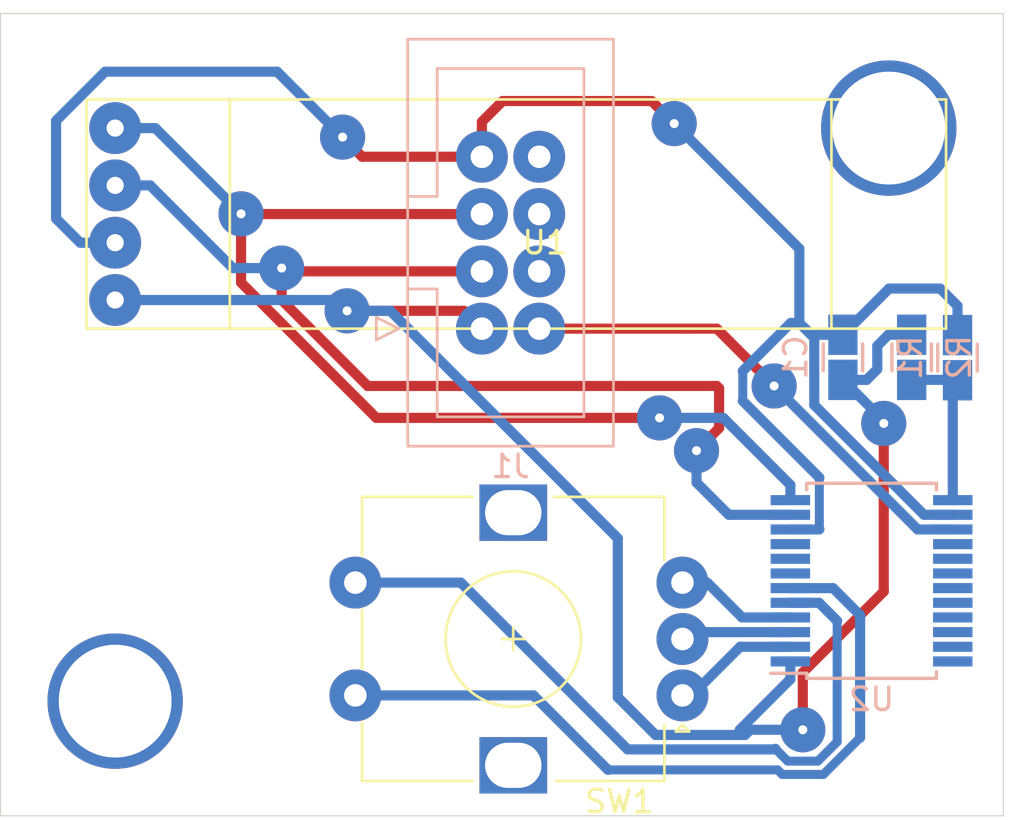
<source format=kicad_pcb>
(kicad_pcb (version 20171130) (host pcbnew 5.1.9-73d0e3b20d~88~ubuntu20.04.1)

  (general
    (thickness 1.6)
    (drawings 4)
    (tracks 130)
    (zones 0)
    (modules 7)
    (nets 12)
  )

  (page A4)
  (layers
    (0 F.Cu signal)
    (31 B.Cu signal)
    (32 B.Adhes user)
    (33 F.Adhes user)
    (34 B.Paste user)
    (35 F.Paste user)
    (36 B.SilkS user)
    (37 F.SilkS user)
    (38 B.Mask user)
    (39 F.Mask user)
    (40 Dwgs.User user)
    (41 Cmts.User user)
    (42 Eco1.User user)
    (43 Eco2.User user)
    (44 Edge.Cuts user)
    (45 Margin user)
    (46 B.CrtYd user)
    (47 F.CrtYd user)
    (48 B.Fab user)
    (49 F.Fab user)
  )

  (setup
    (last_trace_width 0.45)
    (trace_clearance 0.19)
    (zone_clearance 0.508)
    (zone_45_only no)
    (trace_min 0.2)
    (via_size 2)
    (via_drill 0.4)
    (via_min_size 0.4)
    (via_min_drill 0.3)
    (uvia_size 0.3)
    (uvia_drill 0.1)
    (uvias_allowed no)
    (uvia_min_size 0.2)
    (uvia_min_drill 0.1)
    (edge_width 0.05)
    (segment_width 0.2)
    (pcb_text_width 0.3)
    (pcb_text_size 1.5 1.5)
    (mod_edge_width 0.12)
    (mod_text_size 1 1)
    (mod_text_width 0.15)
    (pad_size 1.524 1.524)
    (pad_drill 0.762)
    (pad_to_mask_clearance 0)
    (aux_axis_origin 116.84 93.98)
    (visible_elements FFFFFF7F)
    (pcbplotparams
      (layerselection 0x01000_ffffffff)
      (usegerberextensions false)
      (usegerberattributes true)
      (usegerberadvancedattributes true)
      (creategerberjobfile true)
      (excludeedgelayer true)
      (linewidth 0.100000)
      (plotframeref false)
      (viasonmask false)
      (mode 1)
      (useauxorigin true)
      (hpglpennumber 1)
      (hpglpenspeed 20)
      (hpglpendiameter 15.000000)
      (psnegative false)
      (psa4output false)
      (plotreference true)
      (plotvalue true)
      (plotinvisibletext false)
      (padsonsilk false)
      (subtractmaskfromsilk false)
      (outputformat 1)
      (mirror false)
      (drillshape 0)
      (scaleselection 1)
      (outputdirectory ""))
  )

  (net 0 "")
  (net 1 +5V)
  (net 2 GND)
  (net 3 SDA)
  (net 4 INT)
  (net 5 SCL)
  (net 6 "Net-(R1-Pad2)")
  (net 7 "Net-(SW1-PadA)")
  (net 8 "Net-(SW1-PadC)")
  (net 9 "Net-(SW1-PadB)")
  (net 10 "Net-(SW1-PadS1)")
  (net 11 "Net-(SW1-PadS2)")

  (net_class Default "This is the default net class."
    (clearance 0.19)
    (trace_width 0.45)
    (via_dia 2)
    (via_drill 0.4)
    (uvia_dia 0.3)
    (uvia_drill 0.1)
    (add_net +5V)
    (add_net GND)
    (add_net INT)
    (add_net "Net-(R1-Pad2)")
    (add_net "Net-(SW1-PadA)")
    (add_net "Net-(SW1-PadB)")
    (add_net "Net-(SW1-PadC)")
    (add_net "Net-(SW1-PadS1)")
    (add_net "Net-(SW1-PadS2)")
    (add_net SCL)
    (add_net SDA)
  )

  (module Rotary_Encoder:RotaryEncoder_Alps_EC12E-Switch_Vertical_H20mm (layer F.Cu) (tedit 6034B62B) (tstamp 6028EEDF)
    (at 147.066 88.646 180)
    (descr "Alps rotary encoder, EC12E... with switch, vertical shaft, http://www.alps.com/prod/info/E/HTML/Encoder/Incremental/EC12E/EC12E1240405.html & http://cdn-reichelt.de/documents/datenblatt/F100/402097STEC12E08.PDF")
    (tags "rotary encoder")
    (path /602888DD)
    (fp_text reference SW1 (at 2.8 -4.7) (layer F.SilkS)
      (effects (font (size 1 1) (thickness 0.15)))
    )
    (fp_text value Rotary_Encoder_Switch (at 7.5 10.4) (layer F.Fab)
      (effects (font (size 1 1) (thickness 0.15)))
    )
    (fp_line (start 7 2.5) (end 8 2.5) (layer F.SilkS) (width 0.12))
    (fp_line (start 7.5 2) (end 7.5 3) (layer F.SilkS) (width 0.12))
    (fp_line (start 14.2 6.2) (end 14.2 8.8) (layer F.SilkS) (width 0.12))
    (fp_line (start 14.2 1.2) (end 14.2 3.8) (layer F.SilkS) (width 0.12))
    (fp_line (start 14.2 -3.8) (end 14.2 -1.2) (layer F.SilkS) (width 0.12))
    (fp_line (start 4.5 2.5) (end 10.5 2.5) (layer F.Fab) (width 0.12))
    (fp_line (start 7.5 -0.5) (end 7.5 5.5) (layer F.Fab) (width 0.12))
    (fp_line (start 0.3 -1.6) (end 0 -1.3) (layer F.SilkS) (width 0.12))
    (fp_line (start -0.3 -1.6) (end 0.3 -1.6) (layer F.SilkS) (width 0.12))
    (fp_line (start 0 -1.3) (end -0.3 -1.6) (layer F.SilkS) (width 0.12))
    (fp_line (start 0.8 -3.8) (end 0.8 -1.3) (layer F.SilkS) (width 0.12))
    (fp_line (start 5.6 -3.8) (end 0.8 -3.8) (layer F.SilkS) (width 0.12))
    (fp_line (start 0.8 8.8) (end 0.8 6) (layer F.SilkS) (width 0.12))
    (fp_line (start 5.7 8.8) (end 0.8 8.8) (layer F.SilkS) (width 0.12))
    (fp_line (start 14.2 8.8) (end 9.3 8.8) (layer F.SilkS) (width 0.12))
    (fp_line (start 9.3 -3.8) (end 14.2 -3.8) (layer F.SilkS) (width 0.12))
    (fp_line (start 0.9 -2.6) (end 1.9 -3.7) (layer F.Fab) (width 0.12))
    (fp_line (start 0.9 8.7) (end 0.9 -2.6) (layer F.Fab) (width 0.12))
    (fp_line (start 14.1 8.7) (end 0.9 8.7) (layer F.Fab) (width 0.12))
    (fp_line (start 14.1 -3.7) (end 14.1 8.7) (layer F.Fab) (width 0.12))
    (fp_line (start 1.9 -3.7) (end 14.1 -3.7) (layer F.Fab) (width 0.12))
    (fp_line (start -1.5 -4.85) (end 16 -4.85) (layer F.CrtYd) (width 0.05))
    (fp_line (start -1.5 -4.85) (end -1.5 9.85) (layer F.CrtYd) (width 0.05))
    (fp_line (start 16 9.85) (end 16 -4.85) (layer F.CrtYd) (width 0.05))
    (fp_line (start 16 9.85) (end -1.5 9.85) (layer F.CrtYd) (width 0.05))
    (fp_circle (center 7.5 2.5) (end 10.5 2.5) (layer F.SilkS) (width 0.12))
    (fp_circle (center 7.5 2.5) (end 10.5 2.5) (layer F.Fab) (width 0.12))
    (fp_text user %R (at 11.5 6.6) (layer F.Fab)
      (effects (font (size 1 1) (thickness 0.15)))
    )
    (pad A thru_hole circle (at 0 0 180) (size 2.3 2.3) (drill 1) (layers *.Cu *.Mask)
      (net 7 "Net-(SW1-PadA)"))
    (pad C thru_hole circle (at 0 2.5 180) (size 2.3 2.3) (drill 1) (layers *.Cu *.Mask)
      (net 8 "Net-(SW1-PadC)"))
    (pad B thru_hole circle (at 0 5 180) (size 2.3 2.3) (drill 1) (layers *.Cu *.Mask)
      (net 9 "Net-(SW1-PadB)"))
    (pad MP thru_hole rect (at 7.5 -3.1 180) (size 3 2.5) (drill oval 2.5 2) (layers *.Cu *.Mask))
    (pad MP thru_hole rect (at 7.5 8.1 180) (size 3 2.5) (drill oval 2.5 2) (layers *.Cu *.Mask))
    (pad S1 thru_hole circle (at 14.5 0 180) (size 2.3 2.3) (drill 1) (layers *.Cu *.Mask)
      (net 10 "Net-(SW1-PadS1)"))
    (pad S2 thru_hole circle (at 14.5 5 180) (size 2.3 2.3) (drill 1) (layers *.Cu *.Mask)
      (net 11 "Net-(SW1-PadS2)"))
    (model ${KISYS3DMOD}/Rotary_Encoder.3dshapes/RotaryEncoder_Alps_EC12E-Switch_Vertical_H20mm.wrl
      (at (xyz 0 0 0))
      (scale (xyz 1 1 1))
      (rotate (xyz 0 0 0))
    )
  )

  (module Connector_IDC:IDC-Header_2x04_P2.54mm_Vertical (layer B.Cu) (tedit 6034B5F8) (tstamp 6028EA92)
    (at 138.176 72.39)
    (descr "Through hole IDC box header, 2x04, 2.54mm pitch, DIN 41651 / IEC 60603-13, double rows, https://docs.google.com/spreadsheets/d/16SsEcesNF15N3Lb4niX7dcUr-NY5_MFPQhobNuNppn4/edit#gid=0")
    (tags "Through hole vertical IDC box header THT 2x04 2.54mm double row")
    (path /602D01C9)
    (fp_text reference J1 (at 1.27 6.1) (layer B.SilkS)
      (effects (font (size 1 1) (thickness 0.15)) (justify mirror))
    )
    (fp_text value "Board Connector" (at 1.27 -13.72) (layer B.Fab)
      (effects (font (size 1 1) (thickness 0.15)) (justify mirror))
    )
    (fp_line (start 6.22 5.6) (end -3.68 5.6) (layer B.CrtYd) (width 0.05))
    (fp_line (start 6.22 -13.22) (end 6.22 5.6) (layer B.CrtYd) (width 0.05))
    (fp_line (start -3.68 -13.22) (end 6.22 -13.22) (layer B.CrtYd) (width 0.05))
    (fp_line (start -3.68 5.6) (end -3.68 -13.22) (layer B.CrtYd) (width 0.05))
    (fp_line (start -4.68 -0.5) (end -3.68 0) (layer B.SilkS) (width 0.12))
    (fp_line (start -4.68 0.5) (end -4.68 -0.5) (layer B.SilkS) (width 0.12))
    (fp_line (start -3.68 0) (end -4.68 0.5) (layer B.SilkS) (width 0.12))
    (fp_line (start -1.98 -5.86) (end -3.29 -5.86) (layer B.SilkS) (width 0.12))
    (fp_line (start -1.98 -5.86) (end -1.98 -5.86) (layer B.SilkS) (width 0.12))
    (fp_line (start -1.98 -11.53) (end -1.98 -5.86) (layer B.SilkS) (width 0.12))
    (fp_line (start 4.52 -11.53) (end -1.98 -11.53) (layer B.SilkS) (width 0.12))
    (fp_line (start 4.52 3.91) (end 4.52 -11.53) (layer B.SilkS) (width 0.12))
    (fp_line (start -1.98 3.91) (end 4.52 3.91) (layer B.SilkS) (width 0.12))
    (fp_line (start -1.98 -1.76) (end -1.98 3.91) (layer B.SilkS) (width 0.12))
    (fp_line (start -3.29 -1.76) (end -1.98 -1.76) (layer B.SilkS) (width 0.12))
    (fp_line (start -3.29 -12.83) (end -3.29 5.21) (layer B.SilkS) (width 0.12))
    (fp_line (start 5.83 -12.83) (end -3.29 -12.83) (layer B.SilkS) (width 0.12))
    (fp_line (start 5.83 5.21) (end 5.83 -12.83) (layer B.SilkS) (width 0.12))
    (fp_line (start -3.29 5.21) (end 5.83 5.21) (layer B.SilkS) (width 0.12))
    (fp_line (start -1.98 -5.86) (end -3.18 -5.86) (layer B.Fab) (width 0.1))
    (fp_line (start -1.98 -5.86) (end -1.98 -5.86) (layer B.Fab) (width 0.1))
    (fp_line (start -1.98 -11.53) (end -1.98 -5.86) (layer B.Fab) (width 0.1))
    (fp_line (start 4.52 -11.53) (end -1.98 -11.53) (layer B.Fab) (width 0.1))
    (fp_line (start 4.52 3.91) (end 4.52 -11.53) (layer B.Fab) (width 0.1))
    (fp_line (start -1.98 3.91) (end 4.52 3.91) (layer B.Fab) (width 0.1))
    (fp_line (start -1.98 -1.76) (end -1.98 3.91) (layer B.Fab) (width 0.1))
    (fp_line (start -3.18 -1.76) (end -1.98 -1.76) (layer B.Fab) (width 0.1))
    (fp_line (start -3.18 -12.72) (end -3.18 4.1) (layer B.Fab) (width 0.1))
    (fp_line (start 5.72 -12.72) (end -3.18 -12.72) (layer B.Fab) (width 0.1))
    (fp_line (start 5.72 5.1) (end 5.72 -12.72) (layer B.Fab) (width 0.1))
    (fp_line (start -2.18 5.1) (end 5.72 5.1) (layer B.Fab) (width 0.1))
    (fp_line (start -3.18 4.1) (end -2.18 5.1) (layer B.Fab) (width 0.1))
    (fp_text user %R (at 1.27 -3.81 -90) (layer B.Fab)
      (effects (font (size 1 1) (thickness 0.15)) (justify mirror))
    )
    (pad 8 thru_hole circle (at 2.54 -7.62) (size 2.3 2.3) (drill 1) (layers *.Cu *.Mask))
    (pad 6 thru_hole circle (at 2.54 -5.08) (size 2.3 2.3) (drill 1) (layers *.Cu *.Mask))
    (pad 4 thru_hole circle (at 2.54 -2.54) (size 2.3 2.3) (drill 1) (layers *.Cu *.Mask))
    (pad 2 thru_hole circle (at 2.54 0) (size 2.3 2.3) (drill 1) (layers *.Cu *.Mask)
      (net 4 INT))
    (pad 7 thru_hole circle (at 0 -7.62) (size 2.3 2.3) (drill 1) (layers *.Cu *.Mask)
      (net 1 +5V))
    (pad 5 thru_hole circle (at 0 -5.08) (size 2.3 2.3) (drill 1) (layers *.Cu *.Mask)
      (net 3 SDA))
    (pad 3 thru_hole circle (at 0 -2.54) (size 2.3 2.3) (drill 1) (layers *.Cu *.Mask)
      (net 5 SCL))
    (pad 1 thru_hole circle (at 0 0) (size 2.3 2.3) (drill 1) (layers *.Cu *.Mask)
      (net 2 GND))
    (model ${KISYS3DMOD}/Connector_IDC.3dshapes/IDC-Header_2x04_P2.54mm_Vertical.wrl
      (at (xyz 0 0 0))
      (scale (xyz 1 1 1))
      (rotate (xyz 0 0 0))
    )
  )

  (module coddingtonbear:128x32_OLED (layer F.Cu) (tedit 6034B5C0) (tstamp 6028DDB2)
    (at 129.54 68.58)
    (path /6028C44E)
    (fp_text reference U1 (at 11.43 0) (layer F.SilkS)
      (effects (font (size 1 1) (thickness 0.15)))
    )
    (fp_text value 128x32_OLED (at 11.43 -2.54) (layer F.Fab)
      (effects (font (size 1 1) (thickness 0.15)))
    )
    (fp_line (start -8.89 -6.35) (end 29.21 -6.35) (layer F.SilkS) (width 0.12))
    (fp_line (start 29.21 -6.35) (end 29.21 3.81) (layer F.SilkS) (width 0.12))
    (fp_line (start 29.21 3.81) (end -8.89 3.81) (layer F.SilkS) (width 0.12))
    (fp_line (start -8.89 3.81) (end -8.89 -6.35) (layer F.SilkS) (width 0.12))
    (fp_line (start -2.54 -6.35) (end -2.54 3.81) (layer F.SilkS) (width 0.12))
    (fp_line (start 24.13 -6.35) (end 24.13 3.81) (layer F.SilkS) (width 0.12))
    (pad 4 thru_hole circle (at -7.62 -5.08) (size 2.3 2.3) (drill 0.762) (layers *.Cu *.Mask)
      (net 3 SDA))
    (pad 3 thru_hole circle (at -7.62 -2.54) (size 2.3 2.3) (drill 0.762) (layers *.Cu *.Mask)
      (net 5 SCL))
    (pad 2 thru_hole circle (at -7.62 0) (size 2.3 2.3) (drill 0.762) (layers *.Cu *.Mask)
      (net 1 +5V))
    (pad 1 thru_hole circle (at -7.62 2.54) (size 2.3 2.3) (drill 0.762) (layers *.Cu *.Mask)
      (net 2 GND))
  )

  (module Package_SO:SSOP-24_5.3x8.2mm_P0.65mm (layer B.Cu) (tedit 5A02F25C) (tstamp 6028DDDF)
    (at 155.448 83.566)
    (descr "24-Lead Plastic Shrink Small Outline (SS)-5.30 mm Body [SSOP] (see Microchip Packaging Specification 00000049BS.pdf)")
    (tags "SSOP 0.65")
    (path /602AA130)
    (attr smd)
    (fp_text reference U2 (at 0 5.25) (layer B.SilkS)
      (effects (font (size 1 1) (thickness 0.15)) (justify mirror))
    )
    (fp_text value MCP23018-E_SS (at 0 -5.25) (layer B.Fab)
      (effects (font (size 1 1) (thickness 0.15)) (justify mirror))
    )
    (fp_line (start -1.65 4.1) (end 2.65 4.1) (layer B.Fab) (width 0.15))
    (fp_line (start 2.65 4.1) (end 2.65 -4.1) (layer B.Fab) (width 0.15))
    (fp_line (start 2.65 -4.1) (end -2.65 -4.1) (layer B.Fab) (width 0.15))
    (fp_line (start -2.65 -4.1) (end -2.65 3.1) (layer B.Fab) (width 0.15))
    (fp_line (start -2.65 3.1) (end -1.65 4.1) (layer B.Fab) (width 0.15))
    (fp_line (start -4.75 4.5) (end -4.75 -4.5) (layer B.CrtYd) (width 0.05))
    (fp_line (start 4.75 4.5) (end 4.75 -4.5) (layer B.CrtYd) (width 0.05))
    (fp_line (start -4.75 4.5) (end 4.75 4.5) (layer B.CrtYd) (width 0.05))
    (fp_line (start -4.75 -4.5) (end 4.75 -4.5) (layer B.CrtYd) (width 0.05))
    (fp_line (start -2.875 4.325) (end -2.875 4.1) (layer B.SilkS) (width 0.15))
    (fp_line (start 2.875 4.325) (end 2.875 4.025) (layer B.SilkS) (width 0.15))
    (fp_line (start 2.875 -4.325) (end 2.875 -4.025) (layer B.SilkS) (width 0.15))
    (fp_line (start -2.875 -4.325) (end -2.875 -4.025) (layer B.SilkS) (width 0.15))
    (fp_line (start -2.875 4.325) (end 2.875 4.325) (layer B.SilkS) (width 0.15))
    (fp_line (start -2.875 -4.325) (end 2.875 -4.325) (layer B.SilkS) (width 0.15))
    (fp_line (start -2.875 4.1) (end -4.475 4.1) (layer B.SilkS) (width 0.15))
    (fp_text user %R (at 0 0) (layer B.Fab)
      (effects (font (size 0.8 0.8) (thickness 0.15)) (justify mirror))
    )
    (pad 24 smd rect (at 3.6 3.575) (size 1.75 0.45) (layers B.Cu B.Paste B.Mask))
    (pad 23 smd rect (at 3.6 2.925) (size 1.75 0.45) (layers B.Cu B.Paste B.Mask))
    (pad 22 smd rect (at 3.6 2.275) (size 1.75 0.45) (layers B.Cu B.Paste B.Mask))
    (pad 21 smd rect (at 3.6 1.625) (size 1.75 0.45) (layers B.Cu B.Paste B.Mask))
    (pad 20 smd rect (at 3.6 0.975) (size 1.75 0.45) (layers B.Cu B.Paste B.Mask))
    (pad 19 smd rect (at 3.6 0.325) (size 1.75 0.45) (layers B.Cu B.Paste B.Mask))
    (pad 18 smd rect (at 3.6 -0.325) (size 1.75 0.45) (layers B.Cu B.Paste B.Mask))
    (pad 17 smd rect (at 3.6 -0.975) (size 1.75 0.45) (layers B.Cu B.Paste B.Mask))
    (pad 16 smd rect (at 3.6 -1.625) (size 1.75 0.45) (layers B.Cu B.Paste B.Mask))
    (pad 15 smd rect (at 3.6 -2.275) (size 1.75 0.45) (layers B.Cu B.Paste B.Mask)
      (net 4 INT))
    (pad 14 smd rect (at 3.6 -2.925) (size 1.75 0.45) (layers B.Cu B.Paste B.Mask)
      (net 1 +5V))
    (pad 13 smd rect (at 3.6 -3.575) (size 1.75 0.45) (layers B.Cu B.Paste B.Mask)
      (net 6 "Net-(R1-Pad2)"))
    (pad 12 smd rect (at -3.6 -3.575) (size 1.75 0.45) (layers B.Cu B.Paste B.Mask)
      (net 3 SDA))
    (pad 11 smd rect (at -3.6 -2.925) (size 1.75 0.45) (layers B.Cu B.Paste B.Mask)
      (net 5 SCL))
    (pad 10 smd rect (at -3.6 -2.275) (size 1.75 0.45) (layers B.Cu B.Paste B.Mask)
      (net 1 +5V))
    (pad 9 smd rect (at -3.6 -1.625) (size 1.75 0.45) (layers B.Cu B.Paste B.Mask))
    (pad 8 smd rect (at -3.6 -0.975) (size 1.75 0.45) (layers B.Cu B.Paste B.Mask))
    (pad 7 smd rect (at -3.6 -0.325) (size 1.75 0.45) (layers B.Cu B.Paste B.Mask))
    (pad 6 smd rect (at -3.6 0.325) (size 1.75 0.45) (layers B.Cu B.Paste B.Mask)
      (net 10 "Net-(SW1-PadS1)"))
    (pad 5 smd rect (at -3.6 0.975) (size 1.75 0.45) (layers B.Cu B.Paste B.Mask)
      (net 11 "Net-(SW1-PadS2)"))
    (pad 4 smd rect (at -3.6 1.625) (size 1.75 0.45) (layers B.Cu B.Paste B.Mask)
      (net 9 "Net-(SW1-PadB)"))
    (pad 3 smd rect (at -3.6 2.275) (size 1.75 0.45) (layers B.Cu B.Paste B.Mask)
      (net 8 "Net-(SW1-PadC)"))
    (pad 2 smd rect (at -3.6 2.925) (size 1.75 0.45) (layers B.Cu B.Paste B.Mask)
      (net 7 "Net-(SW1-PadA)"))
    (pad 1 smd rect (at -3.6 3.575) (size 1.75 0.45) (layers B.Cu B.Paste B.Mask)
      (net 2 GND))
    (model ${KISYS3DMOD}/Package_SO.3dshapes/SSOP-24_5.3x8.2mm_P0.65mm.wrl
      (at (xyz 0 0 0))
      (scale (xyz 1 1 1))
      (rotate (xyz 0 0 0))
    )
  )

  (module coddingtonbear:0805_Milling (layer B.Cu) (tedit 5A864972) (tstamp 6028DD7D)
    (at 157.226 73.66 90)
    (descr "Resistor SMD 0805, reflow soldering, Vishay (see dcrcw.pdf)")
    (tags "resistor 0805")
    (path /602B6EC4)
    (attr smd)
    (fp_text reference R2 (at 0 2.1 270) (layer B.SilkS)
      (effects (font (size 1 1) (thickness 0.15)) (justify mirror))
    )
    (fp_text value 1k (at 0 -2.1 270) (layer B.Fab)
      (effects (font (size 1 1) (thickness 0.15)) (justify mirror))
    )
    (fp_line (start -0.6 0.875) (end 0.6 0.875) (layer B.SilkS) (width 0.15))
    (fp_line (start 0.6 -0.875) (end -0.6 -0.875) (layer B.SilkS) (width 0.15))
    (pad 1 smd rect (at -1 0 90) (size 1.79 1.3) (layers B.Cu B.Paste B.Mask)
      (net 6 "Net-(R1-Pad2)"))
    (pad 2 smd rect (at 1 0 90) (size 1.79 1.3) (layers B.Cu B.Paste B.Mask)
      (net 2 GND))
    (model Resistors_SMD.3dshapes/R_0805.wrl
      (at (xyz 0 0 0))
      (scale (xyz 1 1 1))
      (rotate (xyz 0 0 0))
    )
  )

  (module coddingtonbear:0805_Milling (layer B.Cu) (tedit 5A864972) (tstamp 6028DD75)
    (at 159.258 73.676 270)
    (descr "Resistor SMD 0805, reflow soldering, Vishay (see dcrcw.pdf)")
    (tags "resistor 0805")
    (path /602B6B1B)
    (attr smd)
    (fp_text reference R1 (at 0 2.1 270) (layer B.SilkS)
      (effects (font (size 1 1) (thickness 0.15)) (justify mirror))
    )
    (fp_text value 15k (at 0 -2.1 270) (layer B.Fab)
      (effects (font (size 1 1) (thickness 0.15)) (justify mirror))
    )
    (fp_line (start -0.6 0.875) (end 0.6 0.875) (layer B.SilkS) (width 0.15))
    (fp_line (start 0.6 -0.875) (end -0.6 -0.875) (layer B.SilkS) (width 0.15))
    (pad 1 smd rect (at -1 0 270) (size 1.79 1.3) (layers B.Cu B.Paste B.Mask)
      (net 1 +5V))
    (pad 2 smd rect (at 1 0 270) (size 1.79 1.3) (layers B.Cu B.Paste B.Mask)
      (net 6 "Net-(R1-Pad2)"))
    (model Resistors_SMD.3dshapes/R_0805.wrl
      (at (xyz 0 0 0))
      (scale (xyz 1 1 1))
      (rotate (xyz 0 0 0))
    )
  )

  (module coddingtonbear:0805_Milling (layer B.Cu) (tedit 5A864972) (tstamp 6028DD40)
    (at 154.178 73.66 270)
    (descr "Resistor SMD 0805, reflow soldering, Vishay (see dcrcw.pdf)")
    (tags "resistor 0805")
    (path /6029D417)
    (attr smd)
    (fp_text reference C1 (at 0 2.1 270) (layer B.SilkS)
      (effects (font (size 1 1) (thickness 0.15)) (justify mirror))
    )
    (fp_text value 0.1u (at 0 -2.1 270) (layer B.Fab)
      (effects (font (size 1 1) (thickness 0.15)) (justify mirror))
    )
    (fp_line (start -0.6 0.875) (end 0.6 0.875) (layer B.SilkS) (width 0.15))
    (fp_line (start 0.6 -0.875) (end -0.6 -0.875) (layer B.SilkS) (width 0.15))
    (pad 1 smd rect (at -1 0 270) (size 1.79 1.3) (layers B.Cu B.Paste B.Mask)
      (net 1 +5V))
    (pad 2 smd rect (at 1 0 270) (size 1.79 1.3) (layers B.Cu B.Paste B.Mask)
      (net 2 GND))
    (model Resistors_SMD.3dshapes/R_0805.wrl
      (at (xyz 0 0 0))
      (scale (xyz 1 1 1))
      (rotate (xyz 0 0 0))
    )
  )

  (gr_line (start 161.29 93.98) (end 116.84 93.98) (layer Edge.Cuts) (width 0.05) (tstamp 6028EF2C))
  (gr_line (start 161.29 58.42) (end 161.29 93.98) (layer Edge.Cuts) (width 0.05))
  (gr_line (start 116.84 58.42) (end 161.29 58.42) (layer Edge.Cuts) (width 0.05))
  (gr_line (start 116.84 93.98) (end 116.84 58.42) (layer Edge.Cuts) (width 0.05))

  (via (at 121.92 88.9) (size 6) (drill 5) (layers F.Cu B.Cu) (net 0))
  (via (at 156.21 63.5) (size 6) (drill 5) (layers F.Cu B.Cu) (net 0))
  (segment (start 157.773 80.641) (end 159.048 80.641) (width 0.45) (layer B.Cu) (net 1))
  (segment (start 152.908 75.438) (end 152.908 75.776) (width 0.45) (layer B.Cu) (net 1))
  (segment (start 152.908 75.776) (end 157.773 80.641) (width 0.45) (layer B.Cu) (net 1))
  (segment (start 152.908 75.438) (end 152.908 72.797204) (width 0.45) (layer B.Cu) (net 1))
  (segment (start 152.770796 72.66) (end 152.450398 72.339602) (width 0.45) (layer B.Cu) (net 1))
  (segment (start 154.178 72.66) (end 152.770796 72.66) (width 0.45) (layer B.Cu) (net 1))
  (segment (start 152.450398 72.339602) (end 152.246796 72.136) (width 0.45) (layer B.Cu) (net 1))
  (segment (start 152.908 72.797204) (end 152.450398 72.339602) (width 0.45) (layer B.Cu) (net 1))
  (segment (start 159.258 71.381) (end 158.489 70.612) (width 0.45) (layer B.Cu) (net 1))
  (segment (start 159.258 72.676) (end 159.258 71.381) (width 0.45) (layer B.Cu) (net 1))
  (segment (start 156.226 70.612) (end 154.178 72.66) (width 0.45) (layer B.Cu) (net 1))
  (segment (start 158.489 70.612) (end 156.226 70.612) (width 0.45) (layer B.Cu) (net 1))
  (segment (start 151.848 81.291) (end 153.123 81.291) (width 0.45) (layer B.Cu) (net 1))
  (segment (start 153.123 81.291) (end 153.133998 81.280002) (width 0.45) (layer B.Cu) (net 1))
  (segment (start 153.133998 81.280002) (end 153.133998 78.991202) (width 0.4) (layer B.Cu) (net 1))
  (segment (start 153.133998 78.991202) (end 149.739998 75.597202) (width 0.45) (layer B.Cu) (net 1))
  (segment (start 149.739998 75.597202) (end 149.739998 74.262798) (width 0.4) (layer B.Cu) (net 1))
  (segment (start 149.739998 74.262798) (end 151.866796 72.136) (width 0.45) (layer B.Cu) (net 1))
  (segment (start 151.866796 72.136) (end 152.246796 72.136) (width 0.45) (layer B.Cu) (net 1))
  (via (at 146.7 63.3) (size 2) (drill 0.4) (layers F.Cu B.Cu) (net 1))
  (segment (start 152.246796 68.846796) (end 146.7 63.3) (width 0.45) (layer B.Cu) (net 1))
  (segment (start 152.246796 72.136) (end 152.246796 68.846796) (width 0.45) (layer B.Cu) (net 1))
  (segment (start 138.176 63.22) (end 138.176 64.77) (width 0.45) (layer F.Cu) (net 1))
  (segment (start 139.095999 62.300001) (end 138.176 63.22) (width 0.45) (layer F.Cu) (net 1))
  (segment (start 145.700001 62.300001) (end 139.095999 62.300001) (width 0.45) (layer F.Cu) (net 1))
  (segment (start 146.7 63.3) (end 145.700001 62.300001) (width 0.45) (layer F.Cu) (net 1))
  (segment (start 132.87 64.77) (end 132 63.9) (width 0.45) (layer F.Cu) (net 1))
  (via (at 132 63.9) (size 2) (drill 0.4) (layers F.Cu B.Cu) (net 1))
  (segment (start 138.176 64.77) (end 132.87 64.77) (width 0.45) (layer F.Cu) (net 1))
  (segment (start 132 63.9) (end 129.1 61) (width 0.45) (layer B.Cu) (net 1))
  (segment (start 121.472998 61) (end 119.3 63.172998) (width 0.45) (layer B.Cu) (net 1))
  (segment (start 129.1 61) (end 121.472998 61) (width 0.45) (layer B.Cu) (net 1))
  (segment (start 119.3 67.51) (end 120.37 68.58) (width 0.45) (layer B.Cu) (net 1))
  (segment (start 120.37 68.58) (end 121.92 68.58) (width 0.45) (layer B.Cu) (net 1))
  (segment (start 119.3 63.172998) (end 119.3 67.51) (width 0.45) (layer B.Cu) (net 1))
  (segment (start 151.848 87.141) (end 151.848 87.928) (width 0.45) (layer B.Cu) (net 2))
  (segment (start 155.702 74.186) (end 155.702 73.152) (width 0.45) (layer B.Cu) (net 2))
  (segment (start 155.228 74.66) (end 155.702 74.186) (width 0.45) (layer B.Cu) (net 2))
  (segment (start 154.178 74.66) (end 155.228 74.66) (width 0.45) (layer B.Cu) (net 2))
  (segment (start 150.622 89.154) (end 149.606 90.17) (width 0.45) (layer B.Cu) (net 2))
  (segment (start 151.848 87.928) (end 150.622 89.154) (width 0.45) (layer B.Cu) (net 2))
  (segment (start 156.194 72.66) (end 155.702 73.152) (width 0.45) (layer B.Cu) (net 2))
  (segment (start 157.226 72.66) (end 156.194 72.66) (width 0.45) (layer B.Cu) (net 2))
  (via (at 152.4 90.17) (size 2) (drill 0.4) (layers F.Cu B.Cu) (net 2))
  (segment (start 152.4 90.17) (end 152.4 87.63) (width 0.45) (layer F.Cu) (net 2))
  (via (at 155.988707 76.589983) (size 2) (drill 0.4) (layers F.Cu B.Cu) (net 2))
  (segment (start 155.988707 84.041293) (end 155.988707 76.589983) (width 0.45) (layer F.Cu) (net 2))
  (segment (start 152.4 87.63) (end 155.988707 84.041293) (width 0.45) (layer F.Cu) (net 2))
  (segment (start 155.988707 76.470707) (end 154.178 74.66) (width 0.45) (layer B.Cu) (net 2))
  (segment (start 155.988707 76.589983) (end 155.988707 76.470707) (width 0.45) (layer B.Cu) (net 2))
  (segment (start 131.72 71.12) (end 132.2 71.6) (width 0.45) (layer B.Cu) (net 2))
  (segment (start 121.92 71.12) (end 131.72 71.12) (width 0.45) (layer B.Cu) (net 2))
  (via (at 132.2 71.6) (size 2) (drill 0.4) (layers F.Cu B.Cu) (net 2))
  (segment (start 137.386 71.6) (end 138.176 72.39) (width 0.45) (layer F.Cu) (net 2))
  (segment (start 132.2 71.6) (end 137.386 71.6) (width 0.45) (layer F.Cu) (net 2))
  (segment (start 134.117002 71.6) (end 144.2 81.682998) (width 0.45) (layer B.Cu) (net 2))
  (segment (start 132.2 71.6) (end 134.117002 71.6) (width 0.45) (layer B.Cu) (net 2))
  (segment (start 144.2 88.727002) (end 145.872998 90.4) (width 0.45) (layer B.Cu) (net 2))
  (segment (start 144.2 81.682998) (end 144.2 88.727002) (width 0.45) (layer B.Cu) (net 2))
  (segment (start 149.84 90.4) (end 150.07 90.17) (width 0.45) (layer B.Cu) (net 2))
  (segment (start 145.872998 90.4) (end 149.84 90.4) (width 0.45) (layer B.Cu) (net 2))
  (segment (start 150.07 90.17) (end 152.4 90.17) (width 0.45) (layer B.Cu) (net 2))
  (segment (start 149.606 90.17) (end 150.07 90.17) (width 0.45) (layer B.Cu) (net 2))
  (segment (start 148.87701 76.34501) (end 146.05 76.34501) (width 0.45) (layer B.Cu) (net 3))
  (segment (start 151.848 79.316) (end 148.87701 76.34501) (width 0.45) (layer B.Cu) (net 3))
  (segment (start 151.848 79.991) (end 151.848 79.316) (width 0.45) (layer B.Cu) (net 3))
  (via (at 146.05 76.34501) (size 2) (drill 0.4) (layers F.Cu B.Cu) (net 3))
  (segment (start 121.92 63.5) (end 123.7 63.5) (width 0.45) (layer B.Cu) (net 3))
  (segment (start 123.7 63.5) (end 127.5 67.3) (width 0.45) (layer B.Cu) (net 3))
  (segment (start 146.05 76.34501) (end 133.49501 76.34501) (width 0.45) (layer F.Cu) (net 3))
  (via (at 127.5 67.3) (size 2) (drill 0.4) (layers F.Cu B.Cu) (net 3))
  (segment (start 133.49501 76.34501) (end 127.5 70.35) (width 0.45) (layer F.Cu) (net 3))
  (segment (start 127.5 70.35) (end 127.5 67.3) (width 0.45) (layer F.Cu) (net 3))
  (segment (start 138.176 67.31) (end 127.51 67.31) (width 0.45) (layer F.Cu) (net 3))
  (segment (start 127.51 67.31) (end 127.5 67.3) (width 0.45) (layer F.Cu) (net 3))
  (via (at 151.13 74.93) (size 2) (drill 0.4) (layers F.Cu B.Cu) (net 4))
  (segment (start 157.491 81.291) (end 151.13 74.93) (width 0.45) (layer B.Cu) (net 4))
  (segment (start 159.048 81.291) (end 157.491 81.291) (width 0.45) (layer B.Cu) (net 4))
  (segment (start 148.59 72.39) (end 147.32 72.39) (width 0.45) (layer F.Cu) (net 4))
  (segment (start 151.13 74.93) (end 148.59 72.39) (width 0.45) (layer F.Cu) (net 4))
  (segment (start 147.32 72.39) (end 140.716 72.39) (width 0.45) (layer F.Cu) (net 4))
  (segment (start 147.689331 79.211374) (end 147.689331 77.797161) (width 0.45) (layer B.Cu) (net 5))
  (via (at 147.689331 77.797161) (size 2) (drill 0.4) (layers F.Cu B.Cu) (net 5))
  (segment (start 151.848 80.641) (end 149.118957 80.641) (width 0.45) (layer B.Cu) (net 5))
  (segment (start 149.118957 80.641) (end 147.689331 79.211374) (width 0.45) (layer B.Cu) (net 5))
  (segment (start 129.3 71.119203) (end 129.3 69.70499) (width 0.45) (layer F.Cu) (net 5))
  (segment (start 133.110797 74.93) (end 129.3 71.119203) (width 0.45) (layer F.Cu) (net 5))
  (segment (start 148.59 74.93) (end 133.110797 74.93) (width 0.45) (layer F.Cu) (net 5))
  (segment (start 147.689331 77.797161) (end 148.68933 76.797162) (width 0.45) (layer F.Cu) (net 5))
  (segment (start 148.68933 75.02933) (end 148.59 74.93) (width 0.45) (layer F.Cu) (net 5))
  (segment (start 138.176 69.85) (end 129.44501 69.85) (width 0.45) (layer F.Cu) (net 5))
  (segment (start 148.68933 76.797162) (end 148.68933 75.02933) (width 0.45) (layer F.Cu) (net 5))
  (segment (start 123.47 66.04) (end 127.13499 69.70499) (width 0.45) (layer B.Cu) (net 5))
  (segment (start 129.44501 69.85) (end 129.3 69.70499) (width 0.45) (layer F.Cu) (net 5))
  (segment (start 121.92 66.04) (end 123.47 66.04) (width 0.45) (layer B.Cu) (net 5))
  (via (at 129.3 69.70499) (size 2) (drill 0.4) (layers F.Cu B.Cu) (net 5))
  (segment (start 127.13499 69.70499) (end 129.3 69.70499) (width 0.45) (layer B.Cu) (net 5))
  (segment (start 159.242 74.66) (end 159.258 74.676) (width 0.45) (layer B.Cu) (net 6))
  (segment (start 157.226 74.66) (end 159.242 74.66) (width 0.45) (layer B.Cu) (net 6))
  (segment (start 159.048 74.886) (end 159.258 74.676) (width 0.45) (layer B.Cu) (net 6))
  (segment (start 159.048 79.991) (end 159.048 74.886) (width 0.45) (layer B.Cu) (net 6))
  (segment (start 147.468002 88.646) (end 147.066 88.646) (width 0.45) (layer B.Cu) (net 7))
  (segment (start 149.623002 86.491) (end 147.468002 88.646) (width 0.45) (layer B.Cu) (net 7))
  (segment (start 151.848 86.491) (end 149.623002 86.491) (width 0.45) (layer B.Cu) (net 7))
  (segment (start 147.371 85.841) (end 147.066 86.146) (width 0.45) (layer B.Cu) (net 8))
  (segment (start 151.848 85.841) (end 147.371 85.841) (width 0.45) (layer B.Cu) (net 8))
  (segment (start 147.066 83.646) (end 148.162 83.646) (width 0.45) (layer B.Cu) (net 9))
  (segment (start 149.707 85.191) (end 151.848 85.191) (width 0.45) (layer B.Cu) (net 9))
  (segment (start 148.162 83.646) (end 149.707 85.191) (width 0.45) (layer B.Cu) (net 9))
  (segment (start 153.741 83.891) (end 154.94 85.09) (width 0.45) (layer B.Cu) (net 10))
  (segment (start 140.462 88.646) (end 132.566 88.646) (width 0.45) (layer B.Cu) (net 10))
  (segment (start 153.311592 92.150013) (end 151.488408 92.150013) (width 0.4) (layer B.Cu) (net 10))
  (segment (start 154.94 90.521605) (end 153.311592 92.150013) (width 0.4) (layer B.Cu) (net 10))
  (segment (start 151.488408 92.150013) (end 151.286395 91.948) (width 0.4) (layer B.Cu) (net 10))
  (segment (start 151.848 83.891) (end 153.741 83.891) (width 0.45) (layer B.Cu) (net 10))
  (segment (start 143.764 91.948) (end 140.462 88.646) (width 0.45) (layer B.Cu) (net 10))
  (segment (start 151.286395 91.948) (end 143.764 91.948) (width 0.4) (layer B.Cu) (net 10))
  (segment (start 154.94 85.09) (end 154.94 90.521605) (width 0.45) (layer B.Cu) (net 10))
  (segment (start 153.067202 91.560002) (end 153.924 90.703204) (width 0.4) (layer B.Cu) (net 11))
  (segment (start 153.924 85.342) (end 153.123 84.541) (width 0.45) (layer B.Cu) (net 11))
  (segment (start 151.732798 91.560002) (end 153.067202 91.560002) (width 0.4) (layer B.Cu) (net 11))
  (segment (start 153.924 90.703204) (end 153.924 85.342) (width 0.4) (layer B.Cu) (net 11))
  (segment (start 153.123 84.541) (end 151.848 84.541) (width 0.45) (layer B.Cu) (net 11))
  (segment (start 151.186805 91.014009) (end 151.732798 91.560002) (width 0.4) (layer B.Cu) (net 11))
  (segment (start 151.160803 91.040011) (end 151.186805 91.014009) (width 0.45) (layer B.Cu) (net 11))
  (segment (start 132.566 83.646) (end 137.24 83.646) (width 0.45) (layer B.Cu) (net 11))
  (segment (start 137.24 83.646) (end 144.634011 91.040011) (width 0.45) (layer B.Cu) (net 11))
  (segment (start 144.634011 91.040011) (end 151.160803 91.040011) (width 0.45) (layer B.Cu) (net 11))

)

</source>
